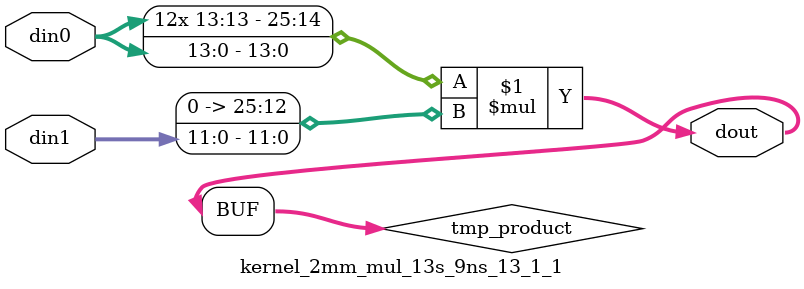
<source format=v>

 module kernel_2mm_mul_13s_9ns_13_1_1(din0, din1, dout);  
parameter ID = 1;
parameter NUM_STAGE = 0;
parameter din0_WIDTH = 14;
parameter din1_WIDTH = 12;
parameter dout_WIDTH = 26;
input [din0_WIDTH - 1 : 0] din0; 
input [din1_WIDTH - 1 : 0] din1; 
output [dout_WIDTH - 1 : 0] dout;
wire signed [dout_WIDTH - 1 : 0] tmp_product;
assign tmp_product = $signed(din0) * $signed({1'b0, din1});
assign dout = tmp_product;
endmodule

</source>
